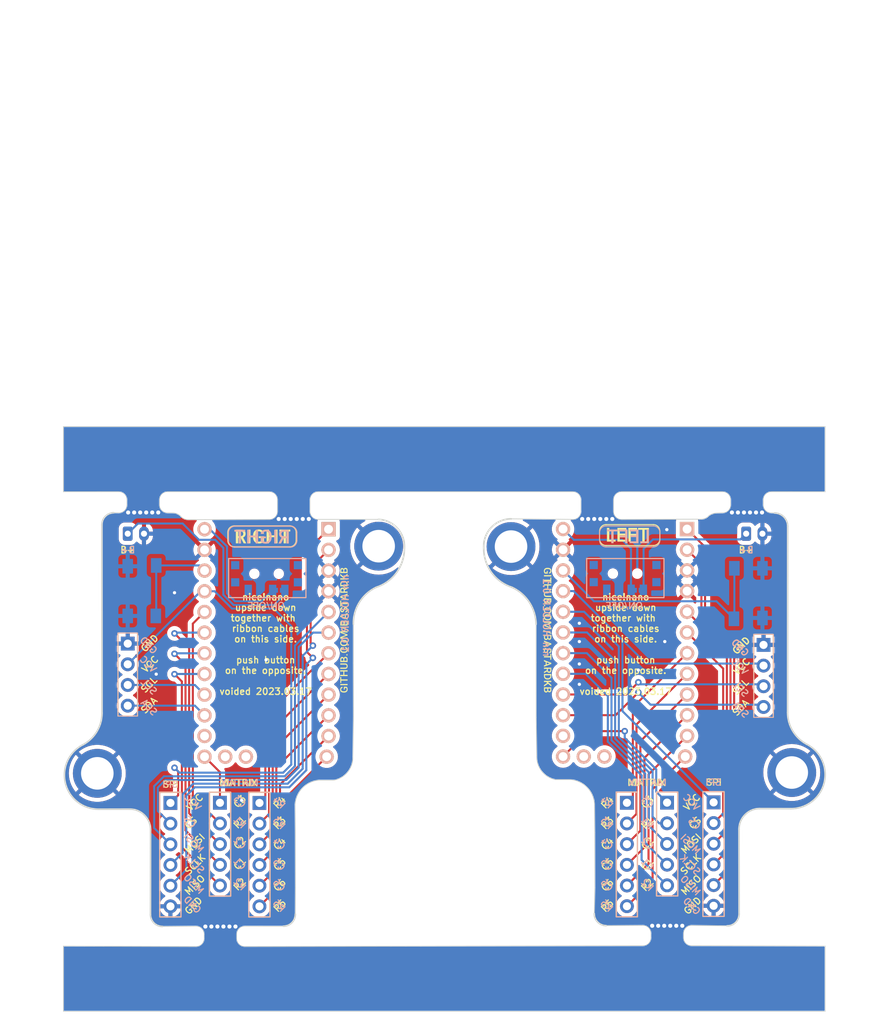
<source format=kicad_pcb>
(kicad_pcb (version 20221018) (generator pcbnew)
  (layers (0 "F.Cu" signal) (31 "B.Cu" signal) (34 "B.Paste" user) (35 "F.Paste" user) (36 "B.SilkS" user "B.Silkscreen") (37 "F.SilkS" user "F.Silkscreen") (38 "B.Mask" user) (39 "F.Mask" user) (44 "Edge.Cuts" user))
  (net 0 "")
  (net 1 "Rst")
  (net 2 "Rst2")
  (net 3 "ss_l")
  (net 4 "ss_r")
  (net 5 "col3_l")
  (net 6 "row1_l")
  (net 7 "col2_l")
  (net 8 "col1_l")
  (net 9 "row2_l")
  (net 10 "row4_l")
  (net 11 "row3_l")
  (net 12 "col4_l")
  (net 13 "col5_l")
  (net 14 "col6_l")
  (net 15 "row5_l")
  (net 16 "col3_r")
  (net 17 "row1_r")
  (net 18 "col2_r")
  (net 19 "col1_r")
  (net 20 "row2_r")
  (net 21 "row4_r")
  (net 22 "row3_r")
  (net 23 "col4_r")
  (net 24 "col5_r")
  (net 25 "col6_r")
  (net 26 "row5_r")
  (net 27 "GND")
  (net 28 "scl_l")
  (net 29 "sda_l")
  (net 30 "scl_r")
  (net 31 "sda_r")
  (net 32 "+5V")
  (net 33 "miso_l")
  (net 34 "sc_l")
  (net 35 "mosi_l")
  (net 36 "miso_r")
  (net 37 "sc_r")
  (net 38 "mosi_r")
  (net 39 "bat_l")
  (net 40 "bat_r")
  (net 41 "bat_sw_l")
  (net 42 "bat_sw_r")
  (footprint "Library:5_PinHeader" (layer "F.Cu") (at 127.832542 102.8)
    (fp_text reference "J9" hide)
    (fp_text value "Ribbon")
  )
  (footprint "marbastlib-various:mousebites_2.5mm" (layer "F.Cu") (at 127.89 117.95 90)
    (fp_text reference "REF**" hide)
    (fp_text value "mousebites 2mm" hide)
    (fp_line (start -1.5 -2) (end -1 -2) (stroke (width 0.08)) (layer "Edge.Cuts"))
    (fp_line (start -1 2) (end -1.5 2) (stroke (width 0.08)) (layer "Edge.Cuts"))
    (fp_arc (start -2.5 3) (mid -2.207108 2.292895) (end -1.500003 2.000003) (stroke (width 0.08)) (layer "Edge.Cuts"))
    (fp_arc (start -1.5 -2) (mid -2.207105 -2.292892) (end -2.499997 -2.999997) (stroke (width 0.08)) (layer "Edge.Cuts"))
    (fp_arc (start -1 2) (mid -0.292895 2.292892) (end -0.000003 2.999997) (stroke (width 0.08)) (layer "Edge.Cuts"))
    (fp_arc (start 0 -3) (mid -0.292892 -2.292895) (end -0.999997 -2.000003) (stroke (width 0.08)) (layer "Edge.Cuts"))
  )
  (footprint "Connector_JST:JST_PH_B2B-PH-K_1x02_P2.00mm_Vertical" (layer "F.Cu") (at 192.5 69.75)
    (fp_text reference "REF**" hide)
    (fp_text value "JST_PH_B2B-PH-K_1x02_P2.00mm_Vertical")
  )
  (footprint "Library:6_PinHeader" (layer "F.Cu") (at 177.847199 102.799999)
    (fp_text reference "J12" hide)
    (fp_text value "Ribbon")
  )
  (footprint "marbastlib-various:mousebites_2.5mm" (layer "F.Cu") (at 118.4 67.195 -90)
    (fp_text reference "REF**" hide)
    (fp_text value "mousebites 2mm" hide)
    (fp_line (start -1.6 -2) (end -1 -2) (stroke (width 0.08)) (layer "Edge.Cuts"))
    (fp_line (start -1 2) (end -1.600003 2.000003) (stroke (width 0.08)) (layer "Edge.Cuts"))
    (fp_arc (start -2.6 3) (mid -2.307108 2.292895) (end -1.600003 2.000003) (stroke (width 0.08)) (layer "Edge.Cuts"))
    (fp_arc (start -1.6 -2) (mid -2.307105 -2.292892) (end -2.599997 -2.999997) (stroke (width 0.08)) (layer "Edge.Cuts"))
    (fp_arc (start -1 2) (mid -0.292895 2.292892) (end -0.000003 2.999997) (stroke (width 0.08)) (layer "Edge.Cuts"))
    (fp_arc (start 0 -3) (mid -0.292892 -2.292895) (end -0.999997 -2.000003) (stroke (width 0.08)) (layer "Edge.Cuts"))
  )
  (footprint "kibuzzard-61F01940" (layer "F.Cu") (at 130.15 100.307596)
    (fp_text reference "kibuzzard-61F01940" hide)
    (fp_text value "G***" hide)
  )
  (footprint "marbastlib-various:mousebites_2.5mm" (layer "F.Cu") (at 174.2 67.995 -90)
    (fp_text reference "REF**" hide)
    (fp_text value "mousebites 2mm" hide)
    (fp_line (start -2.4 -2) (end -1 -2) (stroke (width 0.08)) (layer "Edge.Cuts"))
    (fp_line (start -1 2) (end -2.400003 2.000003) (stroke (width 0.08)) (layer "Edge.Cuts"))
    (fp_arc (start -3.4 3) (mid -3.107108 2.292895) (end -2.400003 2.000003) (stroke (width 0.08)) (layer "Edge.Cuts"))
    (fp_arc (start -2.4 -2) (mid -3.107105 -2.292892) (end -3.399997 -2.999997) (stroke (width 0.08)) (layer "Edge.Cuts"))
    (fp_arc (start -1 2) (mid -0.292895 2.292892) (end -0.000003 2.999997) (stroke (width 0.08)) (layer "Edge.Cuts"))
    (fp_arc (start 0 -3) (mid -0.292892 -2.292895) (end -0.999997 -2.000003) (stroke (width 0.08)) (layer "Edge.Cuts"))
  )
  (footprint "Library:MountingHole_4mm_Pad_thin" (layer "F.Cu") (at 198.103921 99.08266)
    (fp_text reference "H3" hide)
    (fp_text value "M4")
  )
  (footprint "marbastlib-various:mousebites_2.5mm" (layer "F.Cu") (at 192.6 67.195 -90)
    (fp_text reference "REF**" hide)
    (fp_text value "mousebites 2mm" hide)
    (fp_line (start -1.6 -2) (end -1 -2) (stroke (width 0.08)) (layer "Edge.Cuts"))
    (fp_line (start -1 2) (end -1.600003 2.000003) (stroke (width 0.08)) (layer "Edge.Cuts"))
    (fp_arc (start -2.6 3) (mid -2.307108 2.292895) (end -1.600003 2.000003) (stroke (width 0.08)) (layer "Edge.Cuts"))
    (fp_arc (start -1.6 -2) (mid -2.307105 -2.292892) (end -2.599997 -2.999997) (stroke (width 0.08)) (layer "Edge.Cuts"))
    (fp_arc (start -1 2) (mid -0.292895 2.292892) (end -0.000003 2.999997) (stroke (width 0.08)) (layer "Edge.Cuts"))
    (fp_arc (start 0 -3) (mid -0.292892 -2.292895) (end -0.999997 -2.000003) (stroke (width 0.08)) (layer "Edge.Cuts"))
  )
  (footprint "Library:5_PinHeader" (layer "F.Cu") (at 182.780541 102.779999)
    (fp_text reference "J11" hide)
    (fp_text value "Ribbon")
  )
  (footprint "Library:PinHeader_1x04_P2.54mm_Vertical" (layer "F.Cu") (at 194.634687 83.41)
    (fp_text reference "J13" hide)
    (fp_text value "serial")
  )
  (footprint "Library:MountingHole_4mm_Pad_thin" (layer "F.Cu") (at 112.76262 99.18266)
    (fp_text reference "H4" hide)
    (fp_text value "M4")
  )
  (footprint "Library:6_PinHeader" (layer "F.Cu") (at 121.75 102.819999)
    (fp_text reference "J7" hide)
    (fp_text value "trackball")
  )
  (footprint "Library:MountingHole_4mm_Pad_thin" (layer "F.Cu") (at 147.33762 71.28266)
    (fp_text reference "H2" hide)
    (fp_text value "M4")
  )
  (footprint "kibuzzard-6208EFFE" (layer "F.Cu") (at 177.972311 69.878921)
    (fp_text reference "kibuzzard-6208EFFE" hide)
    (fp_text value "G***" hide)
  )
  (footprint "kibuzzard-61F01B61" (layer "F.Cu") (at 133.131898 70.089775)
    (fp_text reference "kibuzzard-61F01B61" hide)
    (fp_text value "G***" hide)
  )
  (footprint "marbastlib-various:mousebites_2.5mm" (layer "F.Cu") (at 136.9 67.995 -90)
    (fp_text reference "REF**" hide)
    (fp_text value "mousebites 2mm" hide)
    (fp_line (start -2.4 -2) (end -1 -2) (stroke (width 0.08)) (layer "Edge.Cuts"))
    (fp_line (start -1 2) (end -2.400003 2.000003) (stroke (width 0.08)) (layer "Edge.Cuts"))
    (fp_arc (start -3.4 3) (mid -3.107108 2.292895) (end -2.400003 2.000003) (stroke (width 0.08)) (layer "Edge.Cuts"))
    (fp_arc (start -2.4 -2) (mid -3.107105 -2.292892) (end -3.399997 -2.999997) (stroke (width 0.08)) (layer "Edge.Cuts"))
    (fp_arc (start -1 2) (mid -0.292895 2.292892) (end -0.000003 2.999997) (stroke (width 0.08)) (layer "Edge.Cuts"))
    (fp_arc (start 0 -3) (mid -0.292892 -2.292895) (end -0.999997 -2.000003) (stroke (width 0.08)) (layer "Edge.Cuts"))
  )
  (footprint "kibuzzard-61F01A92" (layer "F.Cu") (at 168.07 81.6 -90)
    (fp_text reference "kibuzzard-61F01A92" hide)
    (fp_text value "G***" hide)
  )
  (footprint "marbastlib-various:mousebites_2.5mm" (layer "F.Cu") (at 182.8 117.855 90)
    (fp_text reference "REF**" hide)
    (fp_text value "mousebites 2mm" hide)
    (fp_line (start -1.5 -2) (end -1 -2) (stroke (width 0.08)) (layer "Edge.Cuts"))
    (fp_line (start -1 2) (end -1.5 2) (stroke (width 0.08)) (layer "Edge.Cuts"))
    (fp_arc (start -2.5 3) (mid -2.207108 2.292895) (end -1.500003 2.000003) (stroke (width 0.08)) (layer "Edge.Cuts"))
    (fp_arc (start -1.5 -2) (mid -2.207105 -2.292892) (end -2.499997 -2.999997) (stroke (width 0.08)) (layer "Edge.Cuts"))
    (fp_arc (start -1 2) (mid -0.292895 2.292892) (end -0.000003 2.999997) (stroke (width 0.08)) (layer "Edge.Cuts"))
    (fp_arc (start 0 -3) (mid -0.292892 -2.292895) (end -0.999997 -2.000003) (stroke (width 0.08)) (layer "Edge.Cuts"))
  )
  (footprint "Connector_JST:JST_PH_B2B-PH-K_1x02_P2.00mm_Vertical" (layer "F.Cu") (at 116.5 69.75)
    (fp_text reference "REF**" hide)
    (fp_text value "JST_PH_B2B-PH-K_1x02_P2.00mm_Vertical")
  )
  (footprint "kibuzzard-61F01957" (layer "F.Cu") (at 121.75 100.5)
    (fp_text reference "kibuzzard-61F01957" hide)
    (fp_text value "G***" hide)
  )
  (footprint "kibuzzard-61F01940" (layer "F.Cu") (at 180.2962 100.287596)
    (fp_text reference "kibuzzard-61F01940" hide)
    (fp_text value "G***" hide)
  )
  (footprint "Library:MountingHole_4mm_Pad_thin" (layer "F.Cu") (at 163.603921 71.33266)
    (fp_text reference "H1" hide)
    (fp_text value "M4")
  )
  (footprint "kibuzzard-61F01A92" (layer "F.Cu") (at 143.1 81.6 90)
    (fp_text reference "kibuzzard-61F01A92" hide)
    (fp_text value "G***" hide)
  )
  (footprint "kibuzzard-61F01957" (layer "F.Cu") (at 188.5 100.25)
    (fp_text reference "kibuzzard-61F01957" hide)
    (fp_text value "G***" hide)
  )
  (footprint "Library:PinHeader_1x04_P2.54mm_Vertical" (layer "F.Cu") (at 116.5 83.25)
    (fp_text reference "J13" hide)
    (fp_text value "serial")
  )
  (footprint "Library:6_PinHeader" (layer "F.Cu") (at 188.5 102.75)
    (fp_text reference "J8" hide)
    (fp_text value "trackball")
  )
  (footprint "Library:6_PinHeader" (layer "F.Cu") (at 132.689684 102.819999)
    (fp_text reference "J10" hide)
    (fp_text value "Ribbon")
  )
  (footprint "kibuzzard-61F01957" (layer "B.Cu") (at 188.5 100.25 180)
    (fp_text reference "kibuzzard-61F01957" hide)
    (fp_text value "G***" hide)
  )
  (footprint "Library:power_switch_jumper" (layer "B.Cu") (at 135.0825 76.7 90)
    (fp_text reference "JP1" hide)
    (fp_text value "Jumper_2_Open" hide)
  )
  (footprint "Library:SW_SPDT+H-MSK12C01_hor(7pin_SMD)" (layer "B.Cu") (at 177.62 74.65)
    (fp_text reference "SW4")
    (fp_text value "SW_SPDT")
  )
  (footprint "Library:power_switch_jumper" (layer "B.Cu") (at 179.1825 76.7 90)
    (fp_text reference "JP2" hide)
    (fp_text value "Jumper_2_Open" hide)
  )
  (footprint "Library:Elite-C" (layer "B.Cu") (at 177.62 83.15 -90)
    (fp_text reference "U2" hide)
    (fp_text value "eliteC" hide)
  )
  (footprint "Library:PushSwitch" (layer "B.Cu") (at 192.8 77.1 -90)
    (fp_text reference "SW2" hide)
    (fp_text value "SW_SPST")
  )
  (footprint "kibuzzard-620B8593" (layer "B.Cu") (at 133.5 78.6 180)
    (fp_text reference "kibuzzard-620B8593" hide)
    (fp_text value "G***" hide)
  )
  (footprint "kibuzzard-620B8593" (layer "B.Cu") (at 177.5 78.6 180)
    (fp_text reference "kibuzzard-620B8593" hide)
    (fp_text value "G***" hide)
  )
  (footprint "kibuzzard-6208EFFE" (layer "B.Cu") (at 177.972311 70.078921 180)
    (fp_text reference "kibuzzard-6208EFFE" hide)
    (fp_text value "G***" hide)
  )
  (footprint "Library:PushSwitch" (layer "B.Cu") (at 118.2 76.75 90)
    (fp_text reference "SW1" hide)
    (fp_text value "SW_SPST")
  )
  (footprint "Library:Elite-C" (layer "B.Cu") (at 133.56 83.17 -90)
    (fp_text reference "U1" hide)
    (fp_text value "eliteC" hide)
  )
  (footprint "kibuzzard-61F01940" (layer "B.Cu") (at 130.2 100.307596 180)
    (fp_text reference "kibuzzard-61F01940" hide)
    (fp_text value "G***" hide)
  )
  (footprint "Library:SW_SPDT+H-MSK12C01_hor(7pin_SMD)" (layer "B.Cu") (at 133.56 74.67)
    (fp_text reference "SW3")
    (fp_text value "SW_SPDT")
  )
  (footprint "kibuzzard-61F01957" (layer "B.Cu") (at 121.75 100.5 180)
    (fp_text reference "kibuzzard-61F01957" hide)
    (fp_text value "G***" hide)
  )
  (footprint "kibuzzard-61F01940" (layer "B.Cu") (at 180.3462 100.287596 180)
    (fp_text reference "kibuzzard-61F01940" hide)
    (fp_text value "G***" hide)
  )
  (footprint "kibuzzard-61F01B61" (layer "B.Cu") (at 132.951528 70.110754 180)
    (fp_text reference "kibuzzard-61F01B61" hide)
    (fp_text value "G***" hide)
  )
  (gr_arc (start 129.654811 71.391078) (mid 129.111527 71.160324) (end 128.873922 70.62) (stroke (width 0.15)) (layer "B.SilkS"))
  (gr_rect (start 128.9 72.8) (end 138.4 77.6) (stroke (width 0.15)) (fill none) (layer "B.SilkS"))
  (gr_line (start 181.893389 69.571081) (end 181.893389 70.590192) (stroke (width 0.12)) (layer "B.SilkS"))
  (gr_arc (start 175.272311 71.371081) (mid 174.72906 71.140293) (end 174.491422 70.600003) (stroke (width 0.12)) (layer "B.SilkS"))
  (gr_line (start 136.495 68.82) (end 129.67 68.82) (stroke (width 0.15)) (layer "B.SilkS"))
  (gr_arc (start 181.1125 68.800003) (mid 181.655751 69.030791) (end 181.893389 69.571081) (stroke (width 0.12)) (layer "B.SilkS"))
  (gr_arc (start 181.893389 70.590192) (mid 181.653719 71.142086) (end 181.097311 71.371082) (stroke (width 0.12)) (layer "B.SilkS"))
  (gr_line (start 175.272311 71.371081) (end 181.097311 71.371081) (stroke (width 0.12)) (layer "B.SilkS"))
  (gr_line (start 174.491422 70.600003) (end 174.491422 69.580892) (stroke (width 0.12)) (layer "B.SilkS"))
  (gr_line (start 181.1125 68.800003) (end 175.2875 68.800002) (stroke (width 0.12)) (layer "B.SilkS"))
  (gr_arc (start 136.495 68.82) (mid 137.038284 69.050754) (end 137.275889 69.591078) (stroke (width 0.15)) (layer "B.SilkS"))
  (gr_line (start 129.654811 71.391078) (end 136.479811 71.391079) (stroke (width 0.15)) (layer "B.SilkS"))
  (gr_line (start 137.275889 69.591078) (end 137.275889 70.610189) (stroke (width 0.15)) (layer "B.SilkS"))
  (gr_rect (start 172.9 72.8) (end 182.4 77.6) (stroke (width 0.15)) (fill none) (layer "B.SilkS"))
  (gr_arc (start 174.491422 69.580892) (mid 174.731092 69.028998) (end 175.2875 68.800002) (stroke (width 0.12)) (layer "B.SilkS"))
  (gr_line (start 128.873922 70.62) (end 128.873922 69.600889) (stroke (width 0.15)) (layer "B.SilkS"))
  (gr_arc (start 128.873922 69.600889) (mid 129.113616 69.04902) (end 129.67 68.819999) (stroke (width 0.15)) (layer "B.SilkS"))
  (gr_arc (start 137.275889 70.610189) (mid 137.036195 71.162058) (end 136.479811 71.391079) (stroke (width 0.15)) (layer "B.SilkS"))
  (gr_line (start 128.807537 70.58921) (end 128.807537 69.570099) (stroke (width 0.15)) (layer "F.SilkS"))
  (gr_line (start 129.603615 71.3701) (end 136.428615 71.370099) (stroke (width 0.15)) (layer "F.SilkS"))
  (gr_arc (start 137.209504 70.599021) (mid 136.971899 71.139345) (end 136.428615 71.370099) (stroke (width 0.15)) (layer "F.SilkS"))
  (gr_line (start 181.893389 69.409811) (end 181.893389 70.428922) (stroke (width 0.12)) (layer "F.SilkS"))
  (gr_arc (start 181.893389 70.428922) (mid 181.655751 70.969212) (end 181.1125 71.2) (stroke (width 0.12)) (layer "F.SilkS"))
  (gr_arc (start 181.097311 68.628921) (mid 181.653719 68.857917) (end 181.893389 69.409811) (stroke (width 0.12)) (layer "F.SilkS"))
  (gr_arc (start 175.2875 71.200001) (mid 174.731092 70.971005) (end 174.491422 70.419111) (stroke (width 0.12)) (layer "F.SilkS"))
  (gr_arc (start 174.491422 69.4) (mid 174.72906 68.85971) (end 175.272311 68.628922) (stroke (width 0.12)) (layer "F.SilkS"))
  (gr_line (start 174.491422 70.419111) (end 174.491422 69.4) (stroke (width 0.12)) (layer "F.SilkS"))
  (gr_line (start 181.097311 68.628921) (end 175.272311 68.628922) (stroke (width 0.12)) (layer "F.SilkS"))
  (gr_arc (start 128.807537 69.570099) (mid 129.045142 69.029775) (end 129.588426 68.799021) (stroke (width 0.15)) (layer "F.SilkS"))
  (gr_arc (start 129.603615 71.3701) (mid 129.047231 71.141079) (end 128.807537 70.58921) (stroke (width 0.15)) (layer "F.SilkS"))
  (gr_line (start 175.2875 71.2) (end 181.1125 71.2) (stroke (width 0.12)) (layer "F.SilkS"))
  (gr_line (start 137.209504 69.57991) (end 137.209504 70.599021) (stroke (width 0.15)) (layer "F.SilkS"))
  (gr_arc (start 136.413426 68.79902) (mid 136.96981 69.028041) (end 137.209504 69.57991) (stroke (width 0.15)) (layer "F.SilkS"))
  (gr_line (start 136.413426 68.799021) (end 129.588426 68.799021) (stroke (width 0.15)) (layer "F.SilkS"))
  (gr_line (start 130.889997 117.950003) (end 135.631351 117.953354) (stroke (width 0.1)) (layer "Edge.Cuts"))
  (gr_line (start 195.6 67.195) (end 195.986955 67.209104) (stroke (width 0.1)) (layer "Edge.Cuts"))
  (gr_arc (start 113.341486 91.773749) (mid 112.713926 94.049213) (end 111.001486 95.673749) (stroke (width 0.2)) (layer "Edge.Cuts"))
  (gr_line (start 137.096291 106.475003) (end 137.07 103.02) (stroke (width 0.1)) (layer "Edge.Cuts"))
  (gr_line (start 202.2 120.4) (end 202.2 128.4) (stroke (width 0.1)) (layer "Edge.Cuts"))
  (gr_arc (start 123.961303 68.03306) (mid 123.432539 67.923329) (end 123 67.6) (stroke (width 0.1)) (layer "Edge.Cuts"))
  (gr_line (start 163.62525 67.926116) (end 171.200003 67.994997) (stroke (width 0.1)) (layer "Edge.Cuts"))
  (gr_arc (start 144.230005 80.872466) (mid 144.961194 78.178153) (end 147.046951 76.322466) (stroke (width 0.2)) (layer "Edge.Cuts"))
  (gr_line (start 170.932032 99.95202) (end 169.060898 99.95202) (stroke (width 0.1)) (layer "Edge.Cuts"))
  (gr_line (start 141.87 100.02) (end 139.998866 100.02) (stroke (width 0.1)) (layer "Edge.Cuts"))
  (gr_arc (start 191.628074 116.465413) (mid 191.192415 117.495394) (end 190.15554 117.914382) (stroke (width 0.2)) (layer "Edge.Cuts"))
  (gr_line (start 185.799997 117.855003) (end 190.15554 117.914382) (stroke (width 0.1)) (layer "Edge.Cuts"))
  (gr_line (start 173.90589 113.224993) (end 173.837548 116.409253) (stroke (width 0.1)) (layer "Edge.Cuts"))
  (gr_line (start 124.890003 120.449997) (end 108.6 120.4) (stroke (width 0.1)) (layer "Edge.Cuts"))
  (gr_line (start 144.230005 85.631645) (end 144.230005 80.872466) (stroke (width 0.1)) (layer "Edge.Cuts"))
  (gr_line (start 112.943471 103.585074) (end 116.773949 103.576051) (stroke (width 0.2)) (layer "Edge.Cuts"))
  (gr_arc (start 147.305648 67.994096) (mid 149.64034 69.075303) (end 150.500942 71.5) (stroke (width 0.2)) (layer "Edge.Cuts"))
  (gr_arc (start 144.17 97.12) (mid 143.551367 98.991429) (end 141.87 100.02) (stroke (width 0.1)) (layer "Edge.Cuts"))
  (gr_arc (start 199.929412 95.605769) (mid 202.084528 100.328794) (end 197.987427 103.517094) (stroke (width 0.2)) (layer "Edge.Cuts"))
  (gr_line (start 137.108072 113.224991) (end 137.096291 106.475003) (stroke (width 0.1)) (layer "Edge.Cuts"))
  (gr_line (start 195.599997 64.595003) (end 202.2 64.6) (stroke (width 0.1)) (layer "Edge.Cuts"))
  (gr_arc (start 160.25 71.5) (mid 161.167564 68.985797) (end 163.62525 67.926116) (stroke (width 0.2)) (layer "Edge.Cuts"))
  (gr_line (start 137.108072 113.224991) (end 137.09335 116.477233) (stroke (width 0.1)) (layer "Edge.Cuts"))
  (gr_arc (start 150.500942 71.5) (mid 149.564986 74.477799) (end 147.046951 76.322466) (stroke (width 0.2)) (layer "Edge.Cuts"))
  (gr_line (start 121.4 67.195) (end 122.1 67.2) (stroke (width 0.1)) (layer "Edge.Cuts"))
  (gr_line (start 108.6 64.6) (end 115.4 64.595) (stroke (width 0.1)) (layer "Edge.Cuts"))
  (gr_arc (start 187.930898 67.53202) (mid 188.360683 67.313155) (end 188.831761 67.2097) (stroke (width 0.1)) (layer "Edge.Cuts"))
  (gr_line (start 173.90589 113.224993) (end 173.894109 106.475005) (stroke (width 0.1)) (layer "Edge.Cuts"))
  (gr_line (start 115.400003 67.194997) (end 114.781486 67.183749) (stroke (width 0.1)) (layer "Edge.Cuts"))
  (gr_line (start 144.17 97.12) (end 144.241786 92.381633) (stroke (width 0.1)) (layer "Edge.Cuts"))
  (gr_line (start 166.684457 85.563665) (end 166.689112 92.313653) (stroke (width 0.1)) (layer "Edge.Cuts"))
  (gr_line (start 191.616949 106.048071) (end 191.628074 116.465413) (stroke (width 0.2)) (layer "Edge.Cuts"))
  (gr_arc (start 170.932032 99.95202) (mid 172.956423 100.905339) (end 173.860898 102.95202) (stroke (width 0.1)) (layer "Edge.Cuts"))
  (gr_line (start 177.199997 64.595003) (end 189.6 64.595) (stroke (width 0.1)) (layer "Edge.Cuts"))
  (gr_line (start 186.969595 67.96508) (end 177.2 67.995) (stroke (width 0.1)) (layer "Edge.Cuts"))
  (gr_line (start 139.9 67.995) (end 147.305648 67.994096) (stroke (width 0.1)) (layer "Edge.Cuts"))
  (gr_line (start 166.689112 92.313653) (end 166.760898 97.05202) (stroke (width 0.1)) (layer "Edge.Cuts"))
  (gr_line (start 202.2 56.6) (end 202.2 64.6) (stroke (width 0.1)) (layer "Edge.Cuts"))
  (gr_line (start 189.600003 67.194997) (end 188.831761 67.2097) (stroke (width 0.1)) (layer "Edge.Cuts"))
  (gr_arc (start 122.1 67.2) (mid 122.587196 67.31631) (end 123 67.6) (stroke (width 0.1)) (layer "Edge.Cuts"))
  (gr_line (start 120.775358 117.982362) (end 124.89 117.95) (stroke (width 0.1)) (layer "Edge.Cuts"))
  (gr_arc (start 187.930898 67.53202) (mid 187.498359 67.855349) (end 186.969595 67.96508) (stroke (width 0.1)) (layer "Edge.Cuts"))
  (gr_line (start 175.299547 117.885374) (end 179.8 117.855) (stroke (width 0.1)) (layer "Edge.Cuts"))
  (gr_arc (start 163.703991 76.322466) (mid 161.185957 74.477798) (end 160.25 71.5) (stroke (width 0.2)) (layer "Edge.Cuts"))
  (gr_arc (start 169.060898 99.95202) (mid 167.379531 98.923449) (end 166.760898 97.05202) (stroke (width 0.1)) (layer "Edge.Cuts"))
  (gr_line (start 108.6 56.6) (end 202.2 56.6) (stroke (width 0.1)) (layer "Edge.Cuts"))
  (gr_arc (start 112.943471 103.585074) (mid 108.84637 100.396774) (end 111.001486 95.673749) (stroke (width 0.2)) (layer "Edge.Cuts"))
  (gr_line (start 108.6 128.4) (end 108.6 120.4) (stroke (width 0.1)) (layer "Edge.Cuts"))
  (gr_line (start 173.860898 102.95202) (end 173.894109 106.475005) (stroke (width 0.1)) (layer "Edge.Cuts"))
  (gr_arc (start 113.331486 68.653749) (mid 113.754912 67.621278) (end 114.781486 67.183749) (stroke (width 0.2)) (layer "Edge.Cuts"))
  (gr_line (start 179.800003 120.354997) (end 130.89 120.45) (stroke (width 0.1)) (layer "Edge.Cuts"))
  (gr_line (start 197.589412 91.705769) (end 197.6 68.857256) (stroke (width 0.2)) (layer "Edge.Cuts"))
  (gr_line (start 119.302824 116.533393) (end 119.313949 106.116051) (stroke (width 0.2)) (layer "Edge.Cuts"))
  (gr_arc (start 163.703991 76.322466) (mid 165.856247 78.16381) (end 166.684457 80.872466) (stroke (width 0.2)) (layer "Edge.Cuts"))
  (gr_line (start 144.241786 92.381633) (end 144.230005 85.631645) (stroke (width 0.1)) (layer "Edge.Cuts"))
  (gr_line (start 202.2 128.4) (end 108.6 128.4) (stroke (width 0.1)) (layer "Edge.Cuts"))
  (gr_line (start 123.961303 68.03306) (end 133.900003 67.994997) (stroke (width 0.1)) (layer "Edge.Cuts"))
  (gr_line (start 194.156949 103.508071) (end 197.987427 103.517094) (stroke (width 0.2)) (layer "Edge.Cuts"))
  (gr_arc (start 137.09335 116.477233) (mid 136.67 117.52) (end 135.631351 117.953354) (stroke (width 0.2)) (layer "Edge.Cuts"))
  (gr_arc (start 120.775358 117.982362) (mid 119.738483 117.563374) (end 119.302824 116.533393) (stroke (width 0.2)) (layer "Edge.Cuts"))
  (gr_line (start 202.2 120.4) (end 185.8 120.355) (stroke (width 0.1)) (layer "Edge.Cuts"))
  (gr_line (start 139.899997 64.595003) (end 171.2 64.595) (stroke (width 0.1)) (layer "Edge.Cuts"))
  (gr_arc (start 116.773949 103.576051) (mid 118.57 104.32) (end 119.313949 106.116051) (stroke (width 0.2)) (layer "Edge.Cuts"))
  (gr_line (start 133.9 64.595) (end 121.399997 64.595003) (stroke (width 0.1)) (layer "Edge.Cuts"))
  (gr_arc (start 137.07 103.02) (mid 137.974475 100.973319) (end 139.998866 100.02) (stroke (width 0.1)) (layer "Edge.Cuts"))
  (gr_arc (start 175.299547 117.885374) (mid 174.260898 117.45202) (end 173.837548 116.409253) (stroke (width 0.2)) (layer "Edge.Cuts"))
  (gr_line (start 108.6 64.6) (end 108.6 56.6) (stroke (width 0.1)) (layer "Edge.Cuts"))
  (gr_arc (start 199.929412 95.605769) (mid 198.216972 93.981233) (end 197.589412 91.705769) (stroke (width 0.2)) (layer "Edge.Cuts"))
  (gr_line (start 166.684457 80.872466) (end 166.684457 85.563665) (stroke (width 0.1)) (layer "Edge.Cuts"))
  (gr_arc (start 195.986955 67.209104) (mid 197.133909 67.7) (end 197.6 68.857256) (stroke (width 0.2)) (layer "Edge.Cuts"))
  (gr_line (start 113.331486 68.653749) (end 113.341486 91.773749) (stroke (width 0.2)) (layer "Edge.Cuts"))
  (gr_arc (start 191.616949 106.048071) (mid 192.360898 104.25202) (end 194.156949 103.508071) (stroke (width 0.2)) (layer "Edge.Cuts"))
  (gr_text "n!n HOLDER 0.1" (at 143.25 79.55 90) (layer "B.SilkS") (effects (font (size 0.8 0.8)) (justify mirror)))
  (gr_text "R4" (at 175.37 102.76 -45) (layer "B.SilkS") (effects (font (size 0.8 0.8)) (justify mirror)))
  (gr_text "C2" (at 180.3462 107.82 -45) (layer "B.SilkS") (effects (font (size 0.8 0.8)) (justify mirror)))
  (gr_text "C4" (at 175.37 107.84 -45) (layer "B.SilkS") (effects (font (size 0.8 0.8)) (justify mirror)))
  (gr_text "GND" (at 119.05 83.470001 -45) (layer "B.SilkS") (effects (font (size 0.8 0.8)) (justify mirror)))
  (gr_text "R4" (at 135.0938 102.760001 315) (layer "B.SilkS") (effects (font (size 0.8 0.8)) (justify mirror)))
  (gr_text "C6" (at 135.0938 112.920001 315) (layer "B.SilkS") (effects (font (size 0.8 0.8)) (justify mirror)))
  (gr_text "R5" (at 135.0938 115.460001 315) (layer "B.SilkS") (effects (font (size 0.8 0.8)) (justify mirror)))
  (gr_text "GND" (at 191.75 83.75 -45) (layer "B.SilkS") (effects (font (size 0.8 0.8)) (justify mirror)))
  (gr_text "VCC" (at 191.7 86.069999 315) (layer "B.SilkS") (effects (font (size 0.8 0.8)) (justify mirror)))
  (gr_text "GND" (at 191.75 83.75 -45) (layer "B.SilkS") (effects (font (size 0.8 0.8)) (justify mirror)))
  (gr_text "R2" (at 180.3462 112.9 -45) (layer "B.SilkS") (effects (font (size 0.8 0.8)) (justify mirror)))
  (gr_text "C6" (at 175.37 112.92 -45) (layer "B.SilkS") (effects (font (size 0.8 0.8)) (justify mirror)))
  (gr_text "R5" (at 175.3446 115.454058 -45) (layer "B.SilkS") (effects (font (size 0.8 0.8)) (justify mirror)))
  (gr_text "GND" (at 124.438375 115.319999 -45) (layer "B.SilkS") (effects (font (size 0.8 0.8)) (justify mirror)))
  (gr_text "C1" (at 130.25 110.279999 -45) (layer "B.SilkS") (effects (font (size 0.8 0.8)) (justify mirror)))
  (gr_text "R1" (at 180.3462 105.28 -45) (layer "B.SilkS") (effects (font (size 0.8 0.8)) (justify mirror)))
  (gr_text "VCC" (at 124.5 102.75 315) (layer "B.SilkS") (effects (font (size 0.8 0.8)) (justify mirror)))
  (gr_text "R1" (at 130.25 105.199999 -45) (layer "B.SilkS") (effects (font (size 0.8 0.8)) (justify mirror)))
  (gr_text "C5" (at 175.37 110.38 -45) (layer "B.SilkS") (effects (font (size 0.8 0.8)) (justify mirror)))
  (gr_text "C4" (at 135.0938 107.840001 315) (layer "B.SilkS") (effects (font (size 0.8 0.8)) (justify mirror)))
  (gr_text "n!n HOLDER 0.1" (at 167.95 80.05 270) (layer "B.SilkS") (effects (font (size 0.8 0.8)) (justify mirror)))
  (gr_text "MOSI" (at 185.6462 107.879998 -45) (layer "B.SilkS") (effects (font (size 0.8 0.8)) (justify mirror)))
  (gr_text "GND" (at 185.807824 115.499999 -45) (layer "B.SilkS") (effects (font (size 0.8 0.8)) (justify mirror)))
  (gr_text "VCC" (at 119 85.79 315) (layer "B.SilkS") (effects (font (size 0.8 0.8)) (justify mirror)))
  (gr_text "R3" (at 135.0938 105.300001 315) (layer "B.SilkS") (effects (font (size 0.8 0.8)) (justify mirror)))
  (gr_text "SCL" (at 119.101845 88.55 -45) (layer "B.SilkS") (effects (font (size 0.8 0.8)) (justify mirror)))
  (gr_text "MISO" (at 185.6462 112.959998 -45) (layer "B.SilkS") (effects (font (size 0.8 0.8)) (justify mirror)))
  (gr_text "CS" (at 186.117604 105.339999 -45) (layer "B.SilkS") (effects (font (size 0.8 0.8)) (justify mirror)))
  (gr_text "MOSI" (at 124.6 107.699998 -45) (layer "B.SilkS") (effects (font (size 0.8 0.8)) (justify mirror)))
  (gr_text "MISO" (at 124.6 112.779998 -45) (layer "B.SilkS") (effects (font (size 0.8 0.8)) (justify mirror)))
  (gr_text "SCL" (at 191.801845 88.829999 -45) (layer "B.SilkS") (effects (font (size 0.8 0.8)) (justify mirror)))
  (gr_text "R2" (at 130.25 112.819999 -45) (layer "B.SilkS") (effects (font (size 0.8 0.8)) (justify mirror)))
  (gr_text "C3" (at 180.3462 102.74 -45) (layer "B.SilkS") (effects (font (size 0.8 0.8)) (justify mirror)))
  (gr_text "SDA" (at 191.815313 91.369999 -45) (layer "B.SilkS") (effects (font (size 0.8 0.8)) (justify mirror)))
  (gr_text "C3" (at 130.25 102.659999 -45) (layer "B.SilkS") (effects (font (size 0.8 0.8)) (justify mirror)))
  (gr_text "R3" (at 175.37 105.3 -45) (layer "B.SilkS") (effects (font (size 0.8 0.8)) (justify mirror)))
  (gr_text "SDA" (at 119.115313 91.09 -45) (layer "B.SilkS") (effects (font (size 0.8 0.8)) (justify mirror)))
  (gr_text "C1" (at 180.3462 110.36 -45) (layer "B.SilkS") (effects (font (size 0.8 0.8)) (justify mirror)))
  (gr_text "CS" (at 124.128595 105.159999 -45) (layer "B.SilkS") (effects (font (size 0.8 0.8)) (justify mirror)))
  (gr_text "VCC\n" (at 185.75 102.75 315) (layer "B.SilkS") (effects (font (size 0.8 0.8)) (justify mirror)))
  (gr_text "SCLK" (at 185.605794 110.419998 -45) (layer "B.SilkS") (effects (font (size 0.8 0.8)) (justify mirror)))
  (gr_text "C2" (at 130.25 107.739999 -45) (layer "B.SilkS") (effects (font (size 0.8 0.8)) (justify mirror)))
  (gr_text "B+" (at 192.5 71.75) (layer "B.SilkS") (effects (font (size 0.8 0.8)) (justify mirror)))
  (gr_text "C5" (at 135.0938 110.380001 315) (layer "B.SilkS") (effects (font (size 0.8 0.8)) (justify mirror)))
  (gr_text "SCLK" (at 124.640406 110.239998 -45) (layer "B.SilkS") (effects (font (size 0.8 0.8)) (justify mirror)))
  (gr_text "B+" (at 116.5 71.75) (layer "B.SilkS") (effects (font (size 0.8 0.8)) (justify mirror)))
  (gr_text "MISO" (at 124.75 112.909999 45) (layer "F.SilkS") (effects (font (size 0.8 0.8))))
  (gr_text "R3" (at 135.17 105.3 45) (layer "F.SilkS") (effects (font (size 0.8 0.8))))
  (gr_text "GND" (at 191.898155 83.5 45) (layer "F.SilkS") (effects (font (size 0.8 0.8))))
  (gr_text "VCC" (at 191.95 86.069999 45) (layer "F.SilkS") (effects (font (size 0.8 0.8))))
  (gr_text "SDA" (at 191.830811 91.119999 45) (layer "F.SilkS") (effects (font (size 0.8 0.8))))
  (gr_text "R4" (at 175.4462 102.760001 45) (layer "F.SilkS") (effects (font (size 0.8 0.8))))
  (gr_text "C2" (at 130.2754 107.74 45) (layer "F.SilkS") (effects (font (size 0.8 0.8))))
  (gr_text "SCLK" (at 185.709594 110.369999 45) (layer "F.SilkS") (effects (font (size 0.8 0.8))))
  (gr_text "C2" (at 180.3716 107.820001 45) (layer "F.SilkS") (effects (font (size 0.8 0.8))))
  (gr_text "GND" (at 119.198155 83.220001 45) (layer "F.SilkS") (effects (font (size 0.8 0.8))))
  (gr_text "B+" (at 116.5 71.75) (layer "F.SilkS") (effects (font (size 0.8 0.8))))
  (gr_text "C4" (at 135.17 107.84 45) (layer "F.SilkS") (effects (font (size 0.8 0.8))))
  (gr_text "R2" (at 130.2754 112.82 45) (layer "F.SilkS") (effects (font (size 0.8 0.8))))
  (gr_text "GND" (at 185.911624 115.45 45) (layer "F.SilkS") (effects (font (size 0.8 0.8))))
  (gr_text "R1" (at 130.2754 105.2 45) (layer "F.SilkS") (effects (font (size 0.8 0.8))))
  (gr_text "MOSI" (at 185.75 107.829999 45) (layer "F.SilkS") (effects (font (size 0.8 0.8))))
  (gr_text "GND" (at 124.588375 115.45 45) (layer "F.SilkS") (effects (font (size 0.8 0.8))))
  (gr_text "C6" (at 175.4462 112.920001 45) (layer "F.SilkS") (effects (font (size 0.8 0.8))))
  (gr_text "SCLK" (at 124.790406 110.369999 45) (layer "F.SilkS") (effects (font (size 0.8 0.8))))
  (gr_text "R4" (at 135.17 102.76 45) (layer "F.SilkS") (effects (font (size 0.8 0.8))))
  (gr_text "C5" (at 175.4462 110.380001 45) (layer "F.SilkS") (effects (font (size 0.8 0.8))))
  (gr_text "C1" (at 180.3716 110.360001 45) (layer "F.SilkS") (effects (font (size 0.8 0.8))))
  (gr_text "VCC" (at 124.740406 102.75 45) (layer "F.SilkS") (effects (font (size 0.8 0.8))))
  (gr_text "MISO" (at 185.75 112.909999 45) (layer "F.SilkS") (effects (font (size 0.8 0.8))))
  (gr_text "R3" (at 175.4462 105.300001 45) (layer "F.SilkS") (effects (font (size 0.8 0.8))))
  (gr_text "GND" (at 191.898155 83.5 45) (layer "F.SilkS") (effects (font (size 0.8 0.8))))
  (gr_text "B+" (at 192.5 71.75) (layer "F.SilkS") (effects (font (size 0.8 0.8))))
  (gr_text "C3" (at 180.3716 102.740001 45) (layer "F.SilkS") (effects (font (size 0.8 0.8))))
  (gr_text "R5" (at 135.1954 115.454058 45) (layer "F.SilkS") (effects (font (size 0.8 0.8))))
  (gr_text "nice!nano\nupside down\ntogether with \nribbon cables\non this side.\n\npush button\non the opposite.\n\nvoided 2023.03.17" (at 133.45 83.333613) (layer "F.SilkS") (effects (font (size 0.8 0.8))))
  (gr_text "C5" (at 135.17 110.38 45) (layer "F.SilkS") (effects (font (size 0.8 0.8))))
  (gr_text "MOSI" (at 124.75 107.829999 45) (layer "F.SilkS") (effects (font (size 0.8 0.8))))
  (gr_text "SDA" (at 119.130811 90.84 45) (layer "F.SilkS") (effects (font (size 0.8 0.8))))
  (gr_text "SCL" (at 119.117343 88.3 45) (layer "F.SilkS") (effects (font (size 0.8 0.8))))
  (gr_text "VCC" (at 185.8284 102.75 45) (layer "F.SilkS") (effects (font (size 0.8 0.8))))
  (gr_text "C3" (at 130.2754 102.66 45) (layer "F.SilkS") (effects (font (size 0.8 0.8))))
  (gr_text "R1" (at 180.3716 105.280001 45) (layer "F.SilkS") (effects (font (size 0.8 0.8))))
  (gr_text "VCC" (at 119.25 85.79 45) (layer "F.SilkS") (effects (font (size 0.8 0.8))))
  (gr_text "nice!nano\nupside down\ntogether with \nribbon cables\non this side.\n\npush button\non the opposite.\n\nvoided 2023.03.17" (at 177.7 83.333613) (layer "F.SilkS") (effects (font (size 0.8 0.8))))
  (gr_text "C4" (at 175.4462 107.840001 45) (layer "F.SilkS") (effects (font (size 0.8 0.8))))
  (gr_text "R2" (at 180.3716 112.900001 45) (layer "F.SilkS") (effects (font (size 0.8 0.8))))
  (gr_text "CS" (at 186.221404 105.29 45) (layer "F.SilkS") (effects (font (size 0.8 0.8))))
  (gr_text "R5" (at 175.4462 115.460001 45) (layer "F.SilkS") (effects (font (size 0.8 0.8))))
  (gr_text "SCL" (at 191.817343 88.579999 45) (layer "F.SilkS") (effects (font (size 0.8 0.8))))
  (gr_text "C1" (at 130.2754 110.28 45) (layer "F.SilkS") (effects (font (size 0.8 0.8))))
  (gr_text "C6" (at 135.17 112.92 45) (layer "F.SilkS") (effects (font (size 0.8 0.8))))
  (gr_text "VCC" (at 191.95 86.069999 45) (layer "F.SilkS") (effects (font (size 0.8 0.8))))
  (gr_text "CS" (at 124.278595 105.29 45) (layer "F.SilkS") (effects (font (size 0.8 0.8))))
  (segment (start 120 73.65) (end 125.31 73.65) (width 0.25) (layer "B.Cu") (net 1))
  (segment (start 120 79.8) (end 119.95 79.85) (width 0.25) (layer "B.Cu") (net 1))
  (segment (start 125.31 73.65) (end 125.94 74.28) (width 0.25) (layer "B.Cu") (net 1))
  (segment (start 120 73.65) (end 120 79.8) (width 0.25) (layer "B.Cu") (net 1))
  (segment (start 170.615 74.875) (end 170.625 74.875) (width 0.25) (layer "B.Cu") (net 2))
  (segment (start 170.625 74.875) (end 173.8 78.05) (width 0.25) (layer "B.Cu") (net 2))
  (segment (start 191.05 74) (end 191.05 80.15) (width 0.25) (layer "B.Cu") (net 2))
  (segment (start 170 74.26) (end 170.615 74.875) (width 0.25) (layer "B.Cu") (net 2))
  (segment (start 173.8 78.05) (end 188.85 78.05) (width 0.25) (layer "B.Cu") (net 2))
  (segment (start 188.85 78.05) (end 191 80.2) (width 0.25) (layer "B.Cu") (net 2))
  (segment (start 191.05 80.15) (end 191 80.2) (width 0.25) (layer "B.Cu") (net 2))
  (segment (start 139.276396 81.9) (end 137.5 83.676396) (width 0.25) (layer "B.Cu") (net 3))
  (segment (start 120.2 103.809999) (end 121.75 105.359999) (width 0.25) (layer "B.Cu") (net 3))
  (segment (start 141.18 81.9) (end 139.276396 81.9) (width 0.25) (layer "B.Cu") (net 3))
  (segment (start 137.5 98.477208) (end 135.977208 100) (width 0.25) (layer "B.Cu") (net 3))
  (segment (start 137.5 83.676396) (end 137.5 98.477208) (width 0.25) (layer "B.Cu") (net 3))
  (segment (start 121.136396 100) (end 120.2 100.936396) (width 0.25) (layer "B.Cu") (net 3))
  (segment (start 135.977208 100) (end 121.136396 100) (width 0.25) (layer "B.Cu") (net 3))
  (segment (start 120.2 100.936396) (end 120.2 103.809999) (width 0.25) (layer "B.Cu") (net 3))
  (segment (start 189.675 104.115) (end 189.675 86.315) (width 0.25) (layer "F.Cu") (net 4))
  (segment (start 189.675 86.315) (end 185.24 81.88) (width 0.25) (layer "F.Cu") (net 4))
  (segment (start 188.5 105.29) (end 189.675 104.115) (width 0.25) (layer "F.Cu") (net 4))
  (segment (start 127.832542 102.8) (end 127.832542 99.032542) (width 0.25) (layer "F.Cu") (net 5))
  (segment (start 127.832542 99.032542) (end 125.94 97.14) (width 0.25) (layer "F.Cu") (net 5))
  (segment (start 124.5 102.007458) (end 124.5 80.8) (width 0.25) (layer "F.Cu") (net 6))
  (segment (start 127.832542 105.34) (end 124.5 102.007458) (width 0.25) (layer "F.Cu") (net 6))
  (segment (start 124.5 80.8) (end 125.94 79.36) (width 0.25) (layer "F.Cu") (net 6))
  (segment (start 124.05 83.8) (end 124.05 104.097458) (width 0.25) (layer "F.Cu") (net 7))
  (segment (start 124.05 104.097458) (end 127.832542 107.88) (width 0.25) (layer "F.Cu") (net 7))
  (segment (start 122.25 82) (end 124.05 83.8) (width 0.25) (layer "F.Cu") (net 7))
  (via (at 122.25 82) (size 0.8) (drill 0.4) (layers "F.Cu" "B.Cu") (net 7))
  (segment (start 122.35 81.9) (end 125.94 81.9) (width 0.25) (layer "B.Cu") (net 7))
  (segment (start 122.25 82) (end 122.35 81.9) (width 0.25) (layer "B.Cu") (net 7))
  (segment (start 123.6 85.85) (end 123.6 106.187458) (width 0.25) (layer "F.Cu") (net 8))
  (segment (start 123.6 106.187458) (end 127.832542 110.42) (width 0.25) (layer "F.Cu") (net 8))
  (segment (start 122.25 84.5) (end 123.6 85.85) (width 0.25) (layer "F.Cu") (net 8))
  (via (at 122.25 84.5) (size 0.8) (drill 0.4) (layers "F.Cu" "B.Cu") (net 8))
  (segment (start 122.25 84.5) (end 122.31 84.44) (width 0.25) (layer "B.Cu") (net 8))
  (segment (start 122.31 84.44) (end 125.94 84.44) (width 0.25) (layer "B.Cu") (net 8))
  (segment (start 123.15 108.277458) (end 127.832542 112.96) (width 0.25) (layer "F.Cu") (net 9))
  (segment (start 123.15 87.9) (end 123.15 108.277458) (width 0.25) (layer "F.Cu") (net 9))
  (segment (start 122.25 87) (end 123.15 87.9) (width 0.25) (layer "F.Cu") (net 9))
  (via (at 122.25 87) (size 0.8) (drill 0.4) (layers "F.Cu" "B.Cu") (net 9))
  (segment (start 122.27 86.98) (end 125.94 86.98) (width 0.25) (layer "B.Cu") (net 9))
  (segment (start 122.25 87) (end 122.27 86.98) (width 0.25) (layer "B.Cu") (net 9))
  (segment (start 132.689684 102.819999) (end 133.414684 102.094999) (width 0.25) (layer "F.Cu") (net 10))
  (segment (start 133.414684 102.094999) (end 133.414684 92.205316) (width 0.25) (layer "F.Cu") (net 10))
  (segment (start 133.414684 92.205316) (end 141.18 84.44) (width 0.25) (layer "F.Cu") (net 10))
  (segment (start 132.689684 105.359999) (end 133.864684 104.184999) (width 0.25) (layer "F.Cu") (net 11))
  (segment (start 133.864684 94.295316) (end 141.18 86.98) (width 0.25) (layer "F.Cu") (net 11))
  (segment (start 133.864684 104.184999) (end 133.864684 94.295316) (width 0.25) (layer "F.Cu") (net 11))
  (segment (start 134.314684 106.274999) (end 134.314684 96.385316) (width 0.25) (layer "F.Cu") (net 12))
  (segment (start 134.314684 96.385316) (end 141.18 89.52) (width 0.25) (layer "F.Cu") (net 12))
  (segment (start 132.689684 107.899999) (end 134.314684 106.274999) (width 0.25) (layer "F.Cu") (net 12))
  (segment (start 132.689684 110.439999) (end 134.764684 108.364999) (width 0.25) (layer "F.Cu") (net 13))
  (segment (start 134.764684 108.364999) (end 134.764684 98.475316) (width 0.25) (layer "F.Cu") (net 13))
  (segment (start 134.764684 98.475316) (end 141.18 92.06) (width 0.25) (layer "F.Cu") (net 13))
  (segment (start 135.214684 100.565316) (end 141.18 94.6) (width 0.25) (layer "F.Cu") (net 14))
  (segment (start 135.214684 110.454999) (end 135.214684 100.565316) (width 0.25) (layer "F.Cu") (net 14))
  (segment (start 132.689684 112.979999) (end 135.214684 110.454999) (width 0.25) (layer "F.Cu") (net 14))
  (segment (start 135.664684 112.544999) (end 135.664684 102.426716) (width 0.25) (layer "F.Cu") (net 15))
  (segment (start 135.664684 102.426716) (end 140.9514 97.14) (width 0.25) (layer "F.Cu") (net 15))
  (segment (start 132.689684 115.519999) (end 135.664684 112.544999) (width 0.25) (layer "F.Cu") (net 15))
  (segment (start 173.12 94) (end 170 97.12) (width 0.25) (layer "F.Cu") (net 16))
  (segment (start 177.5745 94) (end 173.12 94) (width 0.25) (layer "F.Cu") (net 16))
  (via (at 177.5745 94) (size 0.8) (drill 0.4) (layers "F.Cu" "B.Cu") (net 16))
  (segment (start 177.5745 94) (end 177.5745 94.8245) (width 0.25) (layer "B.Cu") (net 16))
  (segment (start 181.45 98.7) (end 181.45 101.449458) (width 0.25) (layer "B.Cu") (net 16))
  (segment (start 181.45 101.449458) (end 182.780541 102.779999) (width 0.25) (layer "B.Cu") (net 16))
  (segment (start 177.5745 94.8245) (end 181.45 98.7) (width 0.25) (layer "B.Cu") (net 16))
  (segment (start 172.59 79.34) (end 170 79.34) (width 0.25) (layer "B.Cu") (net 17))
  (segment (start 181 98.886396) (end 176.85 94.736396) (width 0.25) (layer "B.Cu") (net 17))
  (segment (start 176.85 83.6) (end 172.59 79.34) (width 0.25) (layer "B.Cu") (net 17))
  (segment (start 181.819999 105.319999) (end 181 104.5) (width 0.25) (layer "B.Cu") (net 17))
  (segment (start 181 104.5) (end 181 98.886396) (width 0.25) (layer "B.Cu") (net 17))
  (segment (start 176.85 94.736396) (end 176.85 83.6) (width 0.25) (layer "B.Cu") (net 17))
  (segment (start 182.780541 105.319999) (end 181.819999 105.319999) (width 0.25) (layer "B.Cu") (net 17))
  (segment (start 180.55 99.072792) (end 176.4 94.922792) (width 0.25) (layer "B.Cu") (net 18))
  (segment (start 182.780541 107.859999) (end 180.55 105.629458) (width 0.25) (layer "B.Cu") (net 18))
  (segment (start 176.4 85.343198) (end 172.936802 81.88) (width 0.25) (layer "B.Cu") (net 18))
  (segment (start 172.936802 81.88) (end 170 81.88) (width 0.25) (layer "B.Cu") (net 18))
  (segment (start 176.4 94.922792) (end 176.4 85.343198) (width 0.25) (layer "B.Cu") (net 18))
  (segment (start 180.55 105.629458) (end 180.55 99.072792) (width 0.25) (layer "B.Cu") (net 18))
  (segment (start 180.1 99.259188) (end 175.95 95.109188) (width 0.25) (layer "B.Cu") (net 19))
  (segment (start 172.92 84.42) (end 170 84.42) (width 0.25) (layer "B.Cu") (net 19))
  (segment (start 175.95 87.45) (end 172.92 84.42) (width 0.25) (layer "B.Cu") (net 19))
  (segment (start 180.1 107.719458) (end 180.1 99.259188) (width 0.25) (layer "B.Cu") (net 19))
  (segment (start 175.95 95.109188) (end 175.95 87.45) (width 0.25) (layer "B.Cu") (net 19))
  (segment (start 182.780541 110.399999) (end 180.1 107.719458) (width 0.25) (layer "B.Cu") (net 19))
  (segment (start 175.5 95.295584) (end 175.5 89.6875) (width 0.25) (layer "B.Cu") (net 20))
  (segment (start 179.65 99.445584) (end 175.5 95.295584) (width 0.25) (layer "B.Cu") (net 20))
  (segment (start 175.5 89.6875) (end 172.7725 86.96) (width 0.25) (layer "B.Cu") (net 20))
  (segment (start 179.65 109.809458) (end 179.65 99.445584) (width 0.25) (layer "B.Cu") (net 20))
  (segment (start 172.7725 86.96) (end 170 86.96) (width 0.25) (layer "B.Cu") (net 20))
  (segment (start 182.780541 112.939999) (end 179.65 109.809458) (width 0.25) (layer "B.Cu") (net 20))
  (segment (start 177.847199 102.799999) (end 178.572199 102.074999) (width 0.25) (layer "F.Cu") (net 21))
  (segment (start 178.572199 102.074999) (end 178.572199 91.087801) (width 0.25) (layer "F.Cu") (net 21))
  (segment (start 178.572199 91.087801) (end 185.24 84.42) (width 0.25) (layer "F.Cu") (net 21))
  (segment (start 177.847199 105.339999) (end 179.022199 104.164999) (width 0.25) (layer "F.Cu") (net 22))
  (segment (start 179.022199 104.164999) (end 179.022199 93.177801) (width 0.25) (layer "F.Cu") (net 22))
  (segment (start 179.022199 93.177801) (end 185.24 86.96) (width 0.25) (layer "F.Cu") (net 22))
  (segment (start 179.5 95.24) (end 185.24 89.5) (width 0.25) (layer "F.Cu") (net 23))
  (segment (start 177.847199 107.879999) (end 179.5 106.227198) (width 0.25) (layer "F.Cu") (net 23))
  (segment (start 179.5 106.227198) (end 179.5 95.24) (width 0.25) (layer "F.Cu") (net 23))
  (segment (start 180 97.28) (end 185.24 92.04) (width 0.25) (layer "F.Cu") (net 24))
  (segment (start 177.847199 110.419999) (end 180 108.267198) (width 0.25) (layer "F.Cu") (net 24))
  (segment (start 180 108.267198) (end 180 97.28) (width 0.25) (layer "F.Cu") (net 24))
  (segment (start 180.5 99.32) (end 185.24 94.58) (width 0.25) (layer "F.Cu") (net 25))
  (segment (start 177.847199 112.959999) (end 180.5 110.307198) (width 0.25) (layer "F.Cu") (net 25))
  (segment (start 180.5 110.307198) (end 180.5 99.32) (width 0.25) (layer "F.Cu") (net 25))
  (segment (start 181 101.1314) (end 185.0114 97.12) (width 0.25) (layer "F.Cu") (net 26))
  (segment (start 177.847199 115.499999) (end 181 112.347198) (width 0.25) (layer "F.Cu") (net 26))
  (segment (start 181 112.347198) (end 181 101.1314) (width 0.25) (layer "F.Cu") (net 26))
  (via (at 182.5 83) (size 0.8) (drill 0.4) (layers "F.Cu" "B.Cu") (net 27))
  (via (at 133.5 85.25) (size 0.8) (drill 0.4) (layers "F.Cu" "B.Cu") (net 27))
  (via (at 179.25 86.5) (size 0.8) (drill 0.4) (layers "F.Cu" "B.Cu") (net 27))
  (via (at 172 85.75) (size 0.8) (drill 0.4) (layers "F.Cu" "B.Cu") (net 27))
  (via (at 130.5 102.5) (size 0.8) (drill 0.4) (layers "F.Cu" "B.Cu") (net 27))
  (via (at 172 88.25) (size 0.8) (drill 0.4) (layers "F.Cu" "B.Cu") (net 27))
  (via (at 172 80.75) (size 0.8) (drill 0.4) (layers "F.Cu" "B.Cu") (net 27))
  (via (at 120 87) (size 0.8) (drill 0.4) (layers "F.Cu" "B.Cu") (net 27))
  (via (at 182.75 69.25) (size 0.8) (drill 0.4) (layers "F.Cu" "B.Cu") (net 27))
  (via (at 172 83) (size 0.8) (drill 0.4) (layers "F.Cu" "B.Cu") (net 27))
  (via (at 122.25 77) (size 0.8) (drill 0.4) (layers "F.Cu" "B.Cu") (net 27))
  (segment (start 124.75 88.33) (end 116.5 88.33) (width 0.25) (layer "B.Cu") (net 28))
  (segment (start 125.94 89.52) (end 124.75 88.33) (width 0.25) (layer "B.Cu") (net 28))
  (segment (start 124.75 90.87) (end 125.94 92.06) (width 0.25) (layer "B.Cu") (net 29))
  (segment (start 116.5 90.87) (end 124.75 90.87) (width 0.25) (layer "B.Cu") (net 29))
  (segment (start 177.75 89.5) (end 179.25 88) (width 0.25) (layer "F.Cu") (net 30))
  (segment (start 170 89.5) (end 177.75 89.5) (width 0.25) (layer "F.Cu") (net 30))
  (via (at 179.25 88) (size 0.8) (drill 0.4) (layers "F.Cu" "B.Cu") (net 30))
  (segment (start 179.5 88.25) (end 194.394687 88.25) (width 0.25) (layer "B.Cu") (net 30))
  (segment (start 179.25 88) (end 179.5 88.25) (width 0.25) (layer "B.Cu") (net 30))
  (segment (start 194.394687 88.25) (end 194.634687 88.49) (width 0.25) (layer "B.Cu") (net 30))
  (segment (start 176.46 92.04) (end 179.25 89.25) (width 0.25) (layer "F.Cu") (net 31))
  (segment (start 170 92.04) (end 176.46 92.04) (width 0.25) (layer "F.Cu") (net 31))
  (via (at 179.25 89.25) (size 0.8) (drill 0.4) (layers "F.Cu" "B.Cu") (net 31))
  (segment (start 179.25 89.25) (end 180.75 90.75) (width 0.25) (layer "B.Cu") (net 31))
  (segment (start 180.75 90.75) (end 194.354687 90.75) (width 0.25) (layer "B.Cu") (net 31))
  (segment (start 194.354687 90.75) (end 194.634687 91.03) (width 0.25) (layer "B.Cu") (net 31))
  (segment (start 122.7 98.95) (end 122.7 101.869999) (width 0.25) (layer "F.Cu") (net 32))
  (segment (start 122.7 101.869999) (end 121.75 102.819999) (width 0.25) (layer "F.Cu") (net 32))
  (segment (start 122.25 98.5) (end 122.7 98.95) (width 0.25) (layer "F.Cu") (net 32))
  (via (at 122.25 98.5) (size 0.8) (drill 0.4) (layers "F.Cu" "B.Cu") (net 32))
  (segment (start 180.2 85.7) (end 177.3 82.8) (width 0.25) (layer "B.Cu") (net 32))
  (segment (start 194.634687 85.95) (end 194.384687 85.7) (width 0.25) (layer "B.Cu") (net 32))
  (segment (start 122.85 99.1) (end 135.604416 99.1) (width 0.25) (layer "B.Cu") (net 32))
  (segment (start 116.5 85.79) (end 125.47 76.82) (width 0.25) (layer "B.Cu") (net 32))
  (segment (start 135.604416 99.1) (end 136.6 98.104416) (width 0.25) (layer "B.Cu") (net 32))
  (segment (start 122.25 98.5) (end 122.85 99.1) (width 0.25) (layer "B.Cu") (net 32))
  (segment (start 194.384687 85.7) (end 180.2 85.7) (width 0.25) (layer "B.Cu") (net 32))
  (segment (start 188.5 102.75) (end 177.3 91.55) (width 0.25) (layer "B.Cu") (net 32))
  (segment (start 177.3 91.55) (end 177.3 82.8) (width 0.25) (layer "B.Cu") (net 32))
  (segment (start 134.45 78.95) (end 129.313604 78.95) (width 0.25) (layer "B.Cu") (net 32))
  (segment (start 136.6 98.104416) (end 136.6 81.1) (width 0.25) (layer "B.Cu") (net 32))
  (segment (start 136.6 81.1) (end 134.45 78.95) (width 0.25) (layer "B.Cu") (net 32))
  (segment (start 129.313604 78.95) (end 127.183604 76.82) (width 0.25) (layer "B.Cu") (net 32))
  (segment (start 125.47 76.82) (end 125.94 76.82) (width 0.25) (layer "B.Cu") (net 32))
  (segment (start 171.3 76.8) (end 170 76.8) (width 0.25) (layer "B.Cu") (net 32))
  (segment (start 127.183604 76.82) (end 125.94 76.82) (width 0.25) (layer "B.Cu") (net 32))
  (segment (start 177.3 82.8) (end 171.3 76.8) (width 0.25) (layer "B.Cu") (net 32))
  (segment (start 138.525 71.855) (end 141.18 69.2) (width 0.25) (layer "F.Cu") (net 33))
  (segment (start 139.25 85) (end 138.525 84.275) (width 0.25) (layer "F.Cu") (net 33))
  (segment (start 138.525 84.275) (end 138.525 71.855) (width 0.25) (layer "F.Cu") (net 33))
  (via (at 139.25 85) (size 0.8) (drill 0.4) (layers "F.Cu" "B.Cu") (net 33))
  (segment (start 123.7 101.936396) (end 124.736396 100.9) (width 0.25) (layer "B.Cu") (net 33))
  (segment (start 124.736396 100.9) (end 136.35 100.9) (width 0.25) (layer "B.Cu") (net 33))
  (segment (start 121.75 112.979999) (end 123.7 111.029999) (width 0.25) (layer "B.Cu") (net 33))
  (segment (start 138.45 85.8) (end 139.25 85) (width 0.25) (layer "B.Cu") (net 33))
  (segment (start 123.7 111.029999) (end 123.7 101.936396) (width 0.25) (layer "B.Cu") (net 33))
  (segment (start 136.35 100.9) (end 138.45 98.8) (width 0.25) (layer "B.Cu") (net 33))
  (segment (start 138.45 98.8) (end 138.45 85.8) (width 0.25) (layer "B.Cu") (net 33))
  (segment (start 139.25 83.5) (end 138.975 83.225) (width 0.25) (layer "F.Cu") (net 34))
  (segment (start 138.975 73.945) (end 141.18 71.74) (width 0.25) (layer "F.Cu") (net 34))
  (segment (start 138.975 83.225) (end 138.975 73.945) (width 0.25) (layer "F.Cu") (net 34))
  (via (at 139.25 83.5) (size 0.8) (drill 0.4) (layers "F.Cu" "B.Cu") (net 34))
  (segment (start 136.163604 100.45) (end 124.55 100.45) (width 0.25) (layer "B.Cu") (net 34))
  (segment (start 138 84.75) (end 138 98.613604) (width 0.25) (layer "B.Cu") (net 34))
  (segment (start 139.25 83.5) (end 138 84.75) (width 0.25) (layer "B.Cu") (net 34))
  (segment (start 138 98.613604) (end 136.163604 100.45) (width 0.25) (layer "B.Cu") (net 34))
  (segment (start 123.25 108.939999) (end 121.75 110.439999) (width 0.25) (layer "B.Cu") (net 34))
  (segment (start 123.25 101.75) (end 123.25 108.939999) (width 0.25) (layer "B.Cu") (net 34))
  (segment (start 124.55 100.45) (end 123.25 101.75) (width 0.25) (layer "B.Cu") (net 34))
  (segment (start 137.05 98.290812) (end 135.790812 99.55) (width 0.25) (layer "B.Cu") (net 35))
  (segment (start 119.75 100.75) (end 119.75 105.899999) (width 0.25) (layer "B.Cu") (net 35))
  (segment (start 119.75 105.899999) (end 121.75 107.899999) (width 0.25) (layer "B.Cu") (net 35))
  (segment (start 120.95 99.55) (end 119.75 100.75) (width 0.25) (layer "B.Cu") (net 35))
  (segment (start 141.18 79.36) (end 137.05 83.49) (width 0.25) (layer "B.Cu") (net 35))
  (segment (start 137.05 83.49) (end 137.05 98.290812) (width 0.25) (layer "B.Cu") (net 35))
  (segment (start 135.790812 99.55) (end 120.95 99.55) (width 0.25) (layer "B.Cu") (net 35))
  (segment (start 187.45 80.277208) (end 187.45 71.39) (width 0.25) (layer "F.Cu") (net 36))
  (segment (start 187.45 71.39) (end 185.24 69.18) (width 0.25) (layer "F.Cu") (net 36))
  (segment (start 188.5 112.91) (end 191.025 110.385) (width 0.25) (layer "F.Cu") (net 36))
  (segment (start 191.025 110.385) (end 191.025 83.852208) (width 0.25) (layer "F.Cu") (net 36))
  (segment (start 191.025 83.852208) (end 187.45 80.277208) (width 0.25) (layer "F.Cu") (net 36))
  (segment (start 190.575 84.038604) (end 187 80.463604) (width 0.25) (layer "F.Cu") (net 37))
  (segment (start 188.5 110.37) (end 190.575 108.295) (width 0.25) (layer "F.Cu") (net 37))
  (segment (start 190.575 108.295) (end 190.575 84.038604) (width 0.25) (layer "F.Cu") (net 37))
  (segment (start 187 80.463604) (end 187 73.48) (width 0.25) (layer "F.Cu") (net 37))
  (segment (start 187 73.48) (end 185.24 71.72) (width 0.25) (layer "F.Cu") (net 37))
  (segment (start 190.125 106.205) (end 190.125 84.225) (width 0.25) (layer "F.Cu") (net 38))
  (segment (start 190.125 84.225) (end 185.24 79.34) (width 0.25) (layer "F.Cu") (net 38))
  (segment (start 188.5 107.83) (end 190.125 106.205) (width 0.25) (layer "F.Cu") (net 38))
  (segment (start 128.7 77.063604) (end 128.7 71.313604) (width 0.25) (layer "B.Cu") (net 39))
  (segment (start 128.7 71.313604) (end 126.586396 69.2) (width 0.25) (layer "B.Cu") (net 39))
  (segment (start 126.586396 69.2) (end 125.94 69.2) (width 0.25) (layer "B.Cu") (net 39))
  (segment (start 129.686396 78.05) (end 128.7 77.063604) (width 0.25) (layer "B.Cu") (net 39))
  (segment (start 132.93 78.05) (end 129.686396 78.05) (width 0.25) (layer "B.Cu") (net 39))
  (segment (start 134.31 76.67) (end 132.93 78.05) (width 0.25) (layer "B.Cu") (net 39))
  (segment (start 178.345 71.595) (end 178.345 76.625) (width 0.25) (layer "B.Cu") (net 40))
  (segment (start 177.25 70.5) (end 178.345 71.595) (width 0.25) (layer "B.Cu") (net 40))
  (segment (start 171.32 70.5) (end 177.25 70.5) (width 0.25) (layer "B.Cu") (net 40))
  (segment (start 178.345 76.625) (end 178.37 76.65) (width 0.25) (layer "B.Cu") (net 40))
  (segment (start 170 69.18) (end 171.32 70.5) (width 0.25) (layer "B.Cu") (net 40))
  (segment (start 128.25 77.25) (end 128.25 71.5) (width 0.25) (layer "B.Cu") (net 41))
  (segment (start 134.5 78.5) (end 129.5 78.5) (width 0.25) (layer "B.Cu") (net 41))
  (segment (start 123.25 68.5) (end 117.75 68.5) (width 0.25) (layer "B.Cu") (net 41))
  (segment (start 125.25 70.5) (end 123.25 68.5) (width 0.25) (layer "B.Cu") (net 41))
  (segment (start 127.25 70.5) (end 125.25 70.5) (width 0.25) (layer "B.Cu") (net 41))
  (segment (start 128.25 71.5) (end 127.25 70.5) (width 0.25) (layer "B.Cu") (net 41))
  (segment (start 135.81 76.67) (end 135.81 77.19) (width 0.25) (layer "B.Cu") (net 41))
  (segment (start 135.81 77.19) (end 134.5 78.5) (width 0.25) (layer "B.Cu") (net 41))
  (segment (start 117.75 68.5) (end 116.5 69.75) (width 0.25) (layer "B.Cu") (net 41))
  (segment (start 129.5 78.5) (end 128.25 77.25) (width 0.25) (layer "B.Cu") (net 41))
  (segment (start 179.895 71.605) (end 179.895 76.625) (width 0.25) (layer "B.Cu") (net 42))
  (segment (start 191.8 70.45) (end 181.05 70.45) (width 0.25) (layer "B.Cu") (net 42))
  (segment (start 192.5 69.75) (end 191.8 70.45) (width 0.25) (layer "B.Cu") (net 42))
  (segment (start 181.05 70.45) (end 179.895 71.605) (width 0.25) (layer "B.Cu") (net 42))
  (segment (start 179.895 76.625) (end 179.87 76.65) (width 0.25) (layer "B.Cu") (net 42))
  (zone (net 27) (net_name "GND") (layers "F&B.Cu") (connect_pads (clearance 0.508)) (min_thickness 0.25) (fill yes (thermal_gap 0.5) (thermal_bridge_width 0.5))
    (polygon (pts (xy 107 56) (xy 204 56) (xy 204 130) (xy 107 130)))
  )
)
</source>
